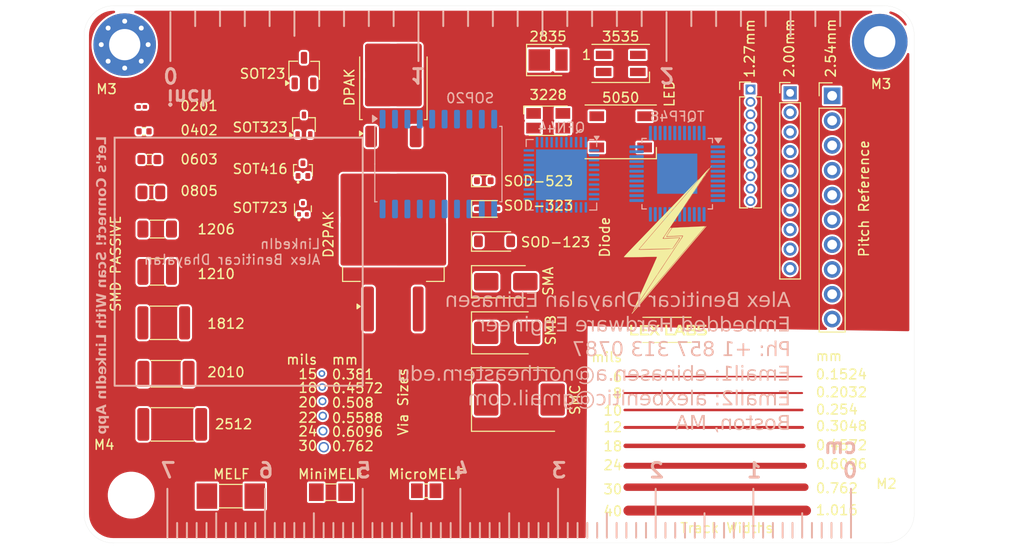
<source format=kicad_pcb>
(kicad_pcb (version 20240108) (generator "pcbnew") (generator_version "8.0")
  (layers (0 "F.Cu" signal) (31 "B.Cu" signal) (34 "B.Paste" user) (35 "F.Paste" user) (36 "B.SilkS" user "B.Silkscreen") (37 "F.SilkS" user "F.Silkscreen") (38 "B.Mask" user) (39 "F.Mask" user) (44 "Edge.Cuts" user))
  (net 0 "")
  (footprint "Connector_PinHeader_2.54mm:PinHeader_1x10_P2.54mm_Vertical" (layer "F.Cu") (at 187.07 64.76)
    (property "Reference" "2.54mm" (at -0.14 -4.88 90) (layer "F.SilkS"))
    (property "Value" "Conn_01x10_Pin")
    (pad "1" thru_hole rect (at 0 0) (size 1.7 1.7) (drill 1) (layers "*.Cu" "*.Mask"))
    (pad "2" thru_hole oval (at 0 2.54) (size 1.7 1.7) (drill 1) (layers "*.Cu" "*.Mask"))
    (pad "3" thru_hole oval (at 0 5.08) (size 1.7 1.7) (drill 1) (layers "*.Cu" "*.Mask"))
    (pad "4" thru_hole oval (at 0 7.62) (size 1.7 1.7) (drill 1) (layers "*.Cu" "*.Mask"))
    (pad "5" thru_hole oval (at 0 10.16) (size 1.7 1.7) (drill 1) (layers "*.Cu" "*.Mask"))
    (pad "6" thru_hole oval (at 0 12.7) (size 1.7 1.7) (drill 1) (layers "*.Cu" "*.Mask"))
    (pad "7" thru_hole oval (at 0 15.24) (size 1.7 1.7) (drill 1) (layers "*.Cu" "*.Mask"))
    (pad "8" thru_hole oval (at 0 17.78) (size 1.7 1.7) (drill 1) (layers "*.Cu" "*.Mask"))
    (pad "9" thru_hole oval (at 0 20.32) (size 1.7 1.7) (drill 1) (layers "*.Cu" "*.Mask"))
    (pad "10" thru_hole oval (at 0 22.86) (size 1.7 1.7) (drill 1) (layers "*.Cu" "*.Mask"))
  )
  (footprint "LED_SMD:LED_SK6812_PLCC4_5.0x5.0mm_P3.2mm" (layer "F.Cu") (at 165.42 68.45)
    (property "Reference" "5050" (at 0 -3.5 0) (layer "F.SilkS"))
    (property "Value" "LED")
    (pad "1" smd rect (at 2.45 1.6) (size 1.5 1) (layers "F.Cu" "F.Paste" "F.Mask"))
    (pad "2" smd rect (at 2.45 -1.6) (size 1.5 1) (layers "F.Cu" "F.Paste" "F.Mask"))
    (pad "3" smd rect (at -2.45 -1.6) (size 1.5 1) (layers "F.Cu" "F.Paste" "F.Mask"))
    (pad "4" smd rect (at -2.45 1.6) (size 1.5 1) (layers "F.Cu" "F.Paste" "F.Mask"))
  )
  (footprint "Diode_SMD:D_SOD-523" (layer "F.Cu") (at 151.4 73.46)
    (property "Reference" "SOD-523" (at 5.6 0.04 0) (layer "F.SilkS"))
    (property "Value" "D")
    (pad "1" smd roundrect (at -0.7 0 180) (size 0.6 0.7) (layers "F.Cu" "F.Paste" "F.Mask"))
    (pad "2" smd roundrect (at 0.7 0 180) (size 0.6 0.7) (layers "F.Cu" "F.Paste" "F.Mask"))
  )
  (footprint "LED_SMD:LED_PLCC_2835" (layer "F.Cu") (at 157.98 61.095)
    (property "Reference" "2835" (at 0 -2.4 0) (layer "F.SilkS"))
    (property "Value" "LED")
    (pad "1" smd rect (at -0.9 0) (size 2.2 2.2) (layers "F.Cu" "F.Paste" "F.Mask"))
    (pad "2" smd rect (at 1.375 0) (size 1.25 2.2) (layers "F.Cu" "F.Paste" "F.Mask"))
  )
  (footprint "MountingHole:MountingHole_3.2mm_M3_Pad_Via" (layer "F.Cu") (at 114.63 59.52)
    (property "Reference" "M3" (at -1.855 4.555 0) (layer "F.SilkS"))
    (property "Value" "MountingHole_3.2mm_M3_Pad_Via")
    (pad "1" thru_hole circle (at -2.4 0) (size 0.8 0.8) (drill 0.5) (layers "*.Cu" "*.Mask"))
    (pad "1" thru_hole circle (at -1.697056 -1.697056) (size 0.8 0.8) (drill 0.5) (layers "*.Cu" "*.Mask"))
    (pad "1" thru_hole circle (at -1.697056 1.697056) (size 0.8 0.8) (drill 0.5) (layers "*.Cu" "*.Mask"))
    (pad "1" thru_hole circle (at 0 -2.4) (size 0.8 0.8) (drill 0.5) (layers "*.Cu" "*.Mask"))
    (pad "1" thru_hole circle (at 0 0) (size 6.4 6.4) (drill 3.2) (layers "*.Cu" "*.Mask"))
    (pad "1" thru_hole circle (at 0 2.4) (size 0.8 0.8) (drill 0.5) (layers "*.Cu" "*.Mask"))
    (pad "1" thru_hole circle (at 1.697056 -1.697056) (size 0.8 0.8) (drill 0.5) (layers "*.Cu" "*.Mask"))
    (pad "1" thru_hole circle (at 1.697056 1.697056) (size 0.8 0.8) (drill 0.5) (layers "*.Cu" "*.Mask"))
    (pad "1" thru_hole circle (at 2.4 0) (size 0.8 0.8) (drill 0.5) (layers "*.Cu" "*.Mask"))
  )
  (footprint "Resistor_SMD:R_1812_4532Metric" (layer "F.Cu") (at 118.6275 88.005)
    (property "Reference" "1812" (at 6.3725 0.09 0) (layer "F.SilkS"))
    (property "Value" "R")
    (pad "1" smd roundrect (at -2.1375 0) (size 1.125 3.4) (layers "F.Cu" "F.Paste" "F.Mask") (roundrect_rratio 0.2222222222))
    (pad "2" smd roundrect (at 2.1375 0) (size 1.125 3.4) (layers "F.Cu" "F.Paste" "F.Mask") (roundrect_rratio 0.2222222222))
  )
  (footprint "Diode_SMD:D_SMA" (layer "F.Cu") (at 153.65 83.8)
    (property "Reference" "SMA" (at 4.35 -0.05 90) (layer "F.SilkS"))
    (property "Value" "D")
    (pad "1" smd roundrect (at -2 0) (size 2.5 1.8) (layers "F.Cu" "F.Paste" "F.Mask") (roundrect_rratio 0.1388888889))
    (pad "2" smd roundrect (at 2 0) (size 2.5 1.8) (layers "F.Cu" "F.Paste" "F.Mask") (roundrect_rratio 0.1388888889))
  )
  (footprint "Resistor_SMD:R_2010_5025Metric" (layer "F.Cu") (at 118.8575 93.22)
    (property "Reference" "2010" (at 6.1425 -0.155 0) (layer "F.SilkS"))
    (property "Value" "R")
    (pad "1" smd roundrect (at -2.3125 0) (size 1.225 2.65) (layers "F.Cu" "F.Paste" "F.Mask") (roundrect_rratio 0.2040816327))
    (pad "2" smd roundrect (at 2.3125 0) (size 1.225 2.65) (layers "F.Cu" "F.Paste" "F.Mask") (roundrect_rratio 0.2040816327))
  )
  (footprint "Diode_SMD:D_SOD-323" (layer "F.Cu") (at 151.75 76.34)
    (property "Reference" "SOD-323" (at 5.25 -0.34 0) (layer "F.SilkS"))
    (property "Value" "D")
    (pad "1" smd roundrect (at -1.05 0) (size 0.6 0.45) (layers "F.Cu" "F.Paste" "F.Mask"))
    (pad "2" smd roundrect (at 1.05 0) (size 0.6 0.45) (layers "F.Cu" "F.Paste" "F.Mask"))
  )
  (footprint "Resistor_SMD:R_0201_0603Metric" (layer "F.Cu") (at 116.3775 65.895)
    (property "Reference" "0201" (at 5.8725 -0.095 0) (layer "F.SilkS"))
    (property "Value" "0201")
    (pad "1" smd roundrect (at -0.32 0) (size 0.46 0.4) (layers "F.Cu" "F.Mask"))
    (pad "2" smd roundrect (at 0.32 0) (size 0.46 0.4) (layers "F.Cu" "F.Mask"))
  )
  (footprint "MountingHole:MountingHole_2.2mm_M2" (layer "F.Cu") (at 192.63 107.69)
    (property "Reference" "M2" (at 0 -3.2 0) (layer "F.SilkS"))
    (property "Value" "MountingHole_2.2mm_M2")
    (pad "" np_thru_hole circle (at 0 0) (size 2.2 2.2) (drill 2.2) (layers "*.Cu" "*.Mask"))
  )
  (footprint "Diode_SMD:D_SMB" (layer "F.Cu") (at 153.8 89.03)
    (property "Reference" "SMB" (at 4.45 -0.28 90) (layer "F.SilkS"))
    (property "Value" "D")
    (pad "1" smd roundrect (at -2.15 0) (size 2.5 2.3) (layers "F.Cu" "F.Paste" "F.Mask") (roundrect_rratio 0.1086956522))
    (pad "2" smd roundrect (at 2.15 0) (size 2.5 2.3) (layers "F.Cu" "F.Paste" "F.Mask") (roundrect_rratio 0.1086956522))
  )
  (footprint "Package_TO_SOT_SMD:SOT-723" (layer "F.Cu") (at 132.88 76.325 90)
    (property "Reference" "SOT723" (at 0.1 -4.38 0) (layer "F.SilkS"))
    (property "Value" "BC107")
    (pad "1" smd roundrect (at -0.575 -0.4 90) (size 0.45 0.4) (layers "F.Cu" "F.Paste" "F.Mask"))
    (pad "2" smd roundrect (at -0.575 0.4 90) (size 0.45 0.4) (layers "F.Cu" "F.Paste" "F.Mask"))
    (pad "3" smd roundrect (at 0.575 0 90) (size 0.45 0.4) (layers "F.Cu" "F.Paste" "F.Mask"))
  )
  (footprint "Diode_SMD:D_SOD-123" (layer "F.Cu") (at 152.5 79.67)
    (property "Reference" "SOD-123" (at 6.25 0.08 0) (layer "F.SilkS"))
    (property "Value" "D")
    (pad "1" smd roundrect (at -1.65 0) (size 0.9 1.2) (layers "F.Cu" "F.Paste" "F.Mask"))
    (pad "2" smd roundrect (at 1.65 0) (size 0.9 1.2) (layers "F.Cu" "F.Paste" "F.Mask"))
  )
  (footprint "Resistor_SMD:R_2512_6332Metric" (layer "F.Cu") (at 119.4975 98.405)
    (property "Reference" "2512" (at 6.29 -0.02 0) (layer "F.SilkS"))
    (property "Value" "R")
    (pad "1" smd roundrect (at -2.9625 0) (size 1.225 3.35) (layers "F.Cu" "F.Paste" "F.Mask") (roundrect_rratio 0.2040816327))
    (pad "2" smd roundrect (at 2.9625 0) (size 1.225 3.35) (layers "F.Cu" "F.Paste" "F.Mask") (roundrect_rratio 0.2040816327))
  )
  (footprint "Resistor_SMD:R_MELF_MMB-0207" (layer "F.Cu") (at 125.5 105.75)
    (property "Reference" "MELF" (at 0.05 -2.25 0) (layer "F.SilkS"))
    (property "Value" "R_MELF_MMB-0207")
    (pad "1" smd rect (at -2.45 0) (size 2.1 2.6) (layers "F.Cu" "F.Paste" "F.Mask"))
    (pad "2" smd rect (at 2.45 0) (size 2.1 2.6) (layers "F.Cu" "F.Paste" "F.Mask"))
  )
  (footprint "Resistor_SMD:R_1206_3216Metric" (layer "F.Cu") (at 117.9575 78.405 180)
    (property "Reference" "1206" (at -6.0425 -0.025 180) (layer "F.SilkS"))
    (property "Value" "R")
    (pad "1" smd roundrect (at -1.4625 0 180) (size 1.125 1.75) (layers "F.Cu" "F.Paste" "F.Mask") (roundrect_rratio 0.2222222222))
    (pad "2" smd roundrect (at 1.4625 0 180) (size 1.125 1.75) (layers "F.Cu" "F.Paste" "F.Mask") (roundrect_rratio 0.2222222222))
  )
  (footprint "MountingHole:MountingHole_3.2mm_M3_ISO7380_Pad" (layer "F.Cu") (at 191.94 59.22)
    (property "Reference" "M3" (at 0.135 4.33 0) (layer "F.SilkS"))
    (property "Value" "MountingHole_3.2mm_M3_ISO7380_Pad")
    (pad "1" thru_hole circle (at 0 0) (size 5.7 5.7) (drill 3.2) (layers "*.Cu" "*.Mask"))
  )
  (footprint "Connector_PinHeader_1.27mm:PinHeader_1x10_P1.27mm_Vertical" (layer "F.Cu") (at 178.71 64.11)
    (property "Reference" "1.27mm" (at -0.09 -4.19 90) (layer "F.SilkS"))
    (property "Value" "Conn_01x10_Pin")
    (pad "1" thru_hole rect (at 0 0) (size 1 1) (drill 0.65) (layers "*.Cu" "*.Mask"))
    (pad "2" thru_hole oval (at 0 1.27) (size 1 1) (drill 0.65) (layers "*.Cu" "*.Mask"))
    (pad "3" thru_hole oval (at 0 2.54) (size 1 1) (drill 0.65) (layers "*.Cu" "*.Mask"))
    (pad "4" thru_hole oval (at 0 3.81) (size 1 1) (drill 0.65) (layers "*.Cu" "*.Mask"))
    (pad "5" thru_hole oval (at 0 5.08) (size 1 1) (drill 0.65) (layers "*.Cu" "*.Mask"))
    (pad "6" thru_hole oval (at 0 6.35) (size 1 1) (drill 0.65) (layers "*.Cu" "*.Mask"))
    (pad "7" thru_hole oval (at 0 7.62) (size 1 1) (drill 0.65) (layers "*.Cu" "*.Mask"))
    (pad "8" thru_hole oval (at 0 8.89) (size 1 1) (drill 0.65) (layers "*.Cu" "*.Mask"))
    (pad "9" thru_hole oval (at 0 10.16) (size 1 1) (drill 0.65) (layers "*.Cu" "*.Mask"))
    (pad "10" thru_hole oval (at 0 11.43) (size 1 1) (drill 0.65) (layers "*.Cu" "*.Mask"))
  )
  (footprint "Resistor_SMD:R_1210_3225Metric" (layer "F.Cu") (at 117.9575 82.79)
    (property "Reference" "1210" (at 6.0425 0.21 0) (layer "F.SilkS"))
    (property "Value" "R")
    (pad "1" smd roundrect (at -1.4625 0) (size 1.125 2.65) (layers "F.Cu" "F.Paste" "F.Mask") (roundrect_rratio 0.2222222222))
    (pad "2" smd roundrect (at 1.4625 0) (size 1.125 2.65) (layers "F.Cu" "F.Paste" "F.Mask") (roundrect_rratio 0.2222222222))
  )
  (footprint "Resistor_SMD:R_MiniMELF_MMA-0204" (layer "F.Cu") (at 135.75 105.35)
    (property "Reference" "MiniMELF" (at 0 -1.85 0) (layer "F.SilkS"))
    (property "Value" "R_MiniMELF_MMA-0204")
    (pad "1" smd rect (at -1.5 0) (size 1.5 1.8) (layers "F.Cu" "F.Paste" "F.Mask"))
    (pad "2" smd rect (at 1.5 0) (size 1.5 1.8) (layers "F.Cu" "F.Paste" "F.Mask"))
  )
  (footprint "Lexlabs Logo:logo" (layer "F.Cu") (at 170.25 81)
    (property "Reference" "G***" (hide yes))
    (property "Value" "LOGO" (hide yes))
  )
  (footprint "Package_TO_SOT_SMD:SOT-416" (layer "F.Cu") (at 132.88 72.315832 90)
    (property "Reference" "SOT416" (at 0.065832 -4.38 0) (layer "F.SilkS"))
    (property "Value" "BC107")
    (pad "1" smd roundrect (at -0.65 -0.5 90) (size 0.6 0.5) (layers "F.Cu" "F.Paste" "F.Mask"))
    (pad "2" smd roundrect (at -0.65 0.5 90) (size 0.6 0.5) (layers "F.Cu" "F.Paste" "F.Mask"))
    (pad "3" smd roundrect (at 0.65 0 90) (size 0.6 0.5) (layers "F.Cu" "F.Paste" "F.Mask"))
  )
  (footprint "LED_SMD:LED_SK6812MINI_PLCC4_3.5x3.5mm_P1.75mm" (layer "F.Cu") (at 165.42 61.445)
    (property "Reference" "3535" (at 0 -2.75 0) (layer "F.SilkS"))
    (property "Value" "LED")
    (fp_text user "1" (at -3.5 -0.875 0) (layer "F.SilkS"))
    (pad "1" smd rect (at -1.75 -0.875) (size 1.6 0.85) (layers "F.Cu" "F.Paste" "F.Mask"))
    (pad "2" smd rect (at -1.75 0.875) (size 1.6 0.85) (layers "F.Cu" "F.Paste" "F.Mask"))
    (pad "3" smd rect (at 1.75 0.875) (size 1.6 0.85) (layers "F.Cu" "F.Paste" "F.Mask"))
    (pad "4" smd rect (at 1.75 -0.875) (size 1.6 0.85) (layers "F.Cu" "F.Paste" "F.Mask"))
  )
  (footprint "Resistor_SMD:R_0805_2012Metric" (layer "F.Cu") (at 117.3575 74.65 180)
    (property "Reference" "0805" (at -4.8925 0.15 180) (layer "F.SilkS"))
    (property "Value" "R")
    (pad "1" smd roundrect (at -0.9125 0 180) (size 1.025 1.4) (layers "F.Cu" "F.Paste" "F.Mask") (roundrect_rratio 0.243902439))
    (pad "2" smd roundrect (at 0.9125 0 180) (size 1.025 1.4) (layers "F.Cu" "F.Paste" "F.Mask") (roundrect_rratio 0.243902439))
  )
  (footprint "Resistor_SMD:R_MicroMELF_MMU-0102" (layer "F.Cu") (at 145.5 105.2)
    (property "Reference" "MicroMELF" (at 0 -1.7 0) (layer "F.SilkS"))
    (property "Value" "R_MicroMELF_MMU-0102")
    (pad "1" smd rect (at -0.95 0) (size 1.2 1.5) (layers "F.Cu" "F.Paste" "F.Mask"))
    (pad "2" smd rect (at 0.95 0) (size 1.2 1.5) (layers "F.Cu" "F.Paste" "F.Mask"))
  )
  (footprint "Connector_PinHeader_2.00mm:PinHeader_1x10_P2.00mm_Vertical" (layer "F.Cu") (at 182.765 64.46)
    (property "Reference" "2.00mm" (at -0.095 -4.58 90) (layer "F.SilkS"))
    (property "Value" "Conn_01x10_Pin")
    (pad "1" thru_hole rect (at 0 0) (size 1.35 1.35) (drill 0.8) (layers "*.Cu" "*.Mask"))
    (pad "2" thru_hole oval (at 0 2) (size 1.35 1.35) (drill 0.8) (layers "*.Cu" "*.Mask"))
    (pad "3" thru_hole oval (at 0 4) (size 1.35 1.35) (drill 0.8) (layers "*.Cu" "*.Mask"))
    (pad "4" thru_hole oval (at 0 6) (size 1.35 1.35) (drill 0.8) (layers "*.Cu" "*.Mask"))
    (pad "5" thru_hole oval (at 0 8) (size 1.35 1.35) (drill 0.8) (layers "*.Cu" "*.Mask"))
    (pad "6" thru_hole oval (at 0 10) (size 1.35 1.35) (drill 0.8) (layers "*.Cu" "*.Mask"))
    (pad "7" thru_hole oval (at 0 12) (size 1.35 1.35) (drill 0.8) (layers "*.Cu" "*.Mask"))
    (pad "8" thru_hole oval (at 0 14) (size 1.35 1.35) (drill 0.8) (layers "*.Cu" "*.Mask"))
    (pad "9" thru_hole oval (at 0 16) (size 1.35 1.35) (drill 0.8) (layers "*.Cu" "*.Mask"))
    (pad "10" thru_hole oval (at 0 18) (size 1.35 1.35) (drill 0.8) (layers "*.Cu" "*.Mask"))
  )
  (footprint "LED_SMD:LED_Avago_PLCC4_3.2x2.8mm_CW" (layer "F.Cu") (at 157.997522 67.315)
    (property "Reference" "3228" (at 0 -2.65 0) (layer "F.SilkS"))
    (property "Value" "LED")
    (pad "1" smd rect (at -1.5 -0.75) (size 1.5 1.1) (layers "F.Cu" "F.Paste" "F.Mask"))
    (pad "2" smd rect (at 1.5 -0.75) (size 1.5 1.1) (layers "F.Cu" "F.Paste" "F.Mask"))
    (pad "3" smd rect (at 1.5 0.75) (size 1.5 1.1) (layers "F.Cu" "F.Paste" "F.Mask"))
    (pad "4" smd rect (at -1.5 0.75) (size 1.5 1.1) (layers "F.Cu" "F.Paste" "F.Mask"))
  )
  (footprint "Package_TO_SOT_SMD:TSOT-23" (layer "F.Cu") (at 132.9875 62.1775 90)
    (property "Reference" "SOT23" (at -0.3225 -4.2375 0) (layer "F.SilkS"))
    (property "Value" "BC107")
    (pad "1" smd roundrect (at -1.31 -0.95 90) (size 1.22 0.65) (layers "F.Cu" "F.Paste" "F.Mask"))
    (pad "2" smd roundrect (at -1.31 0.95 90) (size 1.22 0.65) (layers "F.Cu" "F.Paste" "F.Mask"))
    (pad "3" smd roundrect (at 1.31 0 90) (size 1.22 0.65) (layers "F.Cu" "F.Paste" "F.Mask"))
  )
  (footprint "Package_TO_SOT_SMD:TO-263-2" (layer "F.Cu") (at 142.14 78.94 90)
    (property "Reference" "D2PAK" (at 0 -6.65 -90) (layer "F.SilkS"))
    (property "Value" "BC107")
    (pad "1" smd roundrect (at -7.65 -2.54 90) (size 4.6 1.1) (layers "F.Cu" "F.Paste" "F.Mask") (roundrect_rratio 0.2272727273))
    (pad "2" smd roundrect (at -0.925 -2.775 90) (size 4.55 5.25) (layers "F.Cu" "F.Paste") (roundrect_rratio 0.05494505495))
    (pad "2" smd roundrect (at -0.925 2.775 90) (size 4.55 5.25) (layers "F.Cu" "F.Paste") (roundrect_rratio 0.05494505495))
    (pad "2" smd roundrect (at 1.5 0 90) (size 9.4 10.8) (layers "F.Cu" "F.Mask") (roundrect_rratio 0.02659595745))
    (pad "2" smd roundrect (at 3.925 -2.775 90) (size 4.55 5.25) (layers "F.Cu" "F.Paste") (roundrect_rratio 0.05494505495))
    (pad "2" smd roundrect (at 3.925 2.775 90) (size 4.55 5.25) (layers "F.Cu" "F.Paste") (roundrect_rratio 0.05494505495))
    (pad "3" smd roundrect (at -7.65 2.54 90) (size 4.6 1.1) (layers "F.Cu" "F.Paste" "F.Mask") (roundrect_rratio 0.2272727273))
  )
  (footprint "Package_TO_SOT_SMD:TO-252-2" (layer "F.Cu") (at 142.1425 63.8875 90)
    (property "Reference" "DPAK" (at 0 -4.5 -90) (layer "F.SilkS"))
    (property "Value" "BC107")
    (pad "1" smd roundrect (at -5.04 -2.28 90) (size 2.2 1.2) (layers "F.Cu" "F.Paste" "F.Mask") (roundrect_rratio 0.2083333333))
    (pad "2" smd roundrect (at -0.415 -1.525 90) (size 3.05 2.75) (layers "F.Cu" "F.Paste") (roundrect_rratio 0.09090909091))
    (pad "2" smd roundrect (at -0.415 1.525 90) (size 3.05 2.75) (layers "F.Cu" "F.Paste") (roundrect_rratio 0.09090909091))
    (pad "2" smd roundrect (at 1.26 0 90) (size 6.4 5.8) (layers "F.Cu" "F.Mask") (roundrect_rratio 0.04310293103))
    (pad "2" smd roundrect (at 2.935 -1.525 90) (size 3.05 2.75) (layers "F.Cu" "F.Paste") (roundrect_rratio 0.09090909091))
    (pad "2" smd roundrect (at 2.935 1.525 90) (size 3.05 2.75) (layers "F.Cu" "F.Paste") (roundrect_rratio 0.09090909091))
    (pad "3" smd roundrect (at -5.04 2.28 90) (size 2.2 1.2) (layers "F.Cu" "F.Paste" "F.Mask") (roundrect_rratio 0.2083333333))
  )
  (footprint "Resistor_SMD:R_0402_1005Metric" (layer "F.Cu") (at 116.6075 68.4)
    (property "Reference" "0402" (at 5.6425 -0.12 0) (layer "F.SilkS"))
    (property "Value" "R")
    (pad "1" smd roundrect (at -0.51 0) (size 0.54 0.64) (layers "F.Cu" "F.Paste" "F.Mask"))
    (pad "2" smd roundrect (at 0.51 0) (size 0.54 0.64) (layers "F.Cu" "F.Paste" "F.Mask"))
  )
  (footprint "Diode_SMD:D_SMC" (layer "F.Cu") (at 155.05 95.86)
    (property "Reference" "SMC" (at 5.7 0.03 90) (layer "F.SilkS"))
    (property "Value" "D")
    (pad "1" smd roundrect (at -3.4 0 90) (size 3.3 2.5) (layers "F.Cu" "F.Paste" "F.Mask") (roundrect_rratio 0.1))
    (pad "2" smd roundrect (at 3.4 0 90) (size 3.3 2.5) (layers "F.Cu" "F.Paste" "F.Mask") (roundrect_rratio 0.1))
  )
  (footprint "Resistor_SMD:R_0603_1608Metric" (layer "F.Cu") (at 117.1575 71.285 180)
    (property "Reference" "0603" (at -5.0925 0.015 180) (layer "F.SilkS"))
    (property "Value" "R")
    (pad "1" smd roundrect (at -0.825 0 180) (size 0.8 0.95) (layers "F.Cu" "F.Paste" "F.Mask"))
    (pad "2" smd roundrect (at 0.825 0 180) (size 0.8 0.95) (layers "F.Cu" "F.Paste" "F.Mask"))
  )
  (footprint "Package_TO_SOT_SMD:SOT-323_SC-70" (layer "F.Cu") (at 132.9825 67.731666 90)
    (property "Reference" "SOT323" (at -0.268334 -4.4825 0) (layer "F.SilkS"))
    (property "Value" "BC107")
    (pad "1" smd roundrect (at -1 -0.65) (size 0.45 0.7) (layers "F.Cu" "F.Paste" "F.Mask"))
    (pad "2" smd roundrect (at -1 0.65) (size 0.45 0.7) (layers "F.Cu" "F.Paste" "F.Mask"))
    (pad "3" smd roundrect (at 1 0) (size 0.45 0.7) (layers "F.Cu" "F.Paste" "F.Mask"))
  )
  (footprint "MountingHole:MountingHole_4.3mm_M4" (layer "F.Cu") (at 115.3 105.65)
    (property "Reference" "M4" (at -2.775 -5.15 0) (layer "F.SilkS"))
    (property "Value" "MountingHole_4.3mm_M4")
    (pad "" np_thru_hole circle (at 0 0) (size 4.3 4.3) (drill 4.3) (layers "*.Cu" "*.Mask"))
  )
  (footprint "Package_SO:SOP-20_7.5x12.8mm_P1.27mm" (layer "B.Cu") (at 146.75 71.75 -90)
    (property "Reference" "SOP20" (at -6.75 -3.25 180) (layer "B.SilkS") (effects (justify mirror)))
    (property "Value" "SOP-20_7.5x12.8mm_P1.27mm")
    (pad "1" smd roundrect (at -4.6 5.715 270) (size 1.9 0.6) (layers "B.Cu" "B.Paste" "B.Mask"))
    (pad "2" smd roundrect (at -4.6 4.445 270) (size 1.9 0.6) (layers "B.Cu" "B.Paste" "B.Mask"))
    (pad "3" smd roundrect (at -4.6 3.175 270) (size 1.9 0.6) (layers "B.Cu" "B.Paste" "B.Mask"))
    (pad "4" smd roundrect (at -4.6 1.905 270) (size 1.9 0.6) (layers "B.Cu" "B.Paste" "B.Mask"))
    (pad "5" smd roundrect (at -4.6 0.635 270) (size 1.9 0.6) (layers "B.Cu" "B.Paste" "B.Mask"))
    (pad "6" smd roundrect (at -4.6 -0.635 270) (size 1.9 0.6) (layers "B.Cu" "B.Paste" "B.Mask"))
    (pad "7" smd roundrect (at -4.6 -1.905 270) (size 1.9 0.6) (layers "B.Cu" "B.Paste" "B.Mask"))
    (pad "8" smd roundrect (at -4.6 -3.175 270) (size 1.9 0.6) (layers "B.Cu" "B.Paste" "B.Mask"))
    (pad "9" smd roundrect (at -4.6 -4.445 270) (size 1.9 0.6) (layers "B.Cu" "B.Paste" "B.Mask"))
    (pad "10" smd roundrect (at -4.6 -5.715 270) (size 1.9 0.6) (layers "B.Cu" "B.Paste" "B.Mask"))
    (pad "11" smd roundrect (at 4.6 -5.715 270) (size 1.9 0.6) (layers "B.Cu" "B.Paste" "B.Mask"))
    (pad "12" smd roundrect (at 4.6 -4.445 270) (size 1.9 0.6) (layers "B.Cu" "B.Paste" "B.Mask"))
    (pad "13" smd roundrect (at 4.6 -3.175 270) (size 1.9 0.6) (layers "B.Cu" "B.Paste" "B.Mask"))
    (pad "14" smd roundrect (at 4.6 -1.905 270) (size 1.9 0.6) (layers "B.Cu" "B.Paste" "B.Mask"))
    (pad "15" smd roundrect (at 4.6 -0.635 270) (size 1.9 0.6) (layers "B.Cu" "B.Paste" "B.Mask"))
    (pad "16" smd roundrect (at 4.6 0.635 270) (size 1.9 0.6) (layers "B.Cu" "B.Paste" "B.Mask"))
    (pad "17" smd roundrect (at 4.6 1.905 270) (size 1.9 0.6) (layers "B.Cu" "B.Paste" "B.Mask"))
    (pad "18" smd roundrect (at 4.6 3.175 270) (size 1.9 0.6) (layers "B.Cu" "B.Paste" "B.Mask"))
    (pad "19" smd roundrect (at 4.6 4.445 270) (size 1.9 0.6) (layers "B.Cu" "B.Paste" "B.Mask"))
    (pad "20" smd roundrect (at 4.6 5.715 270) (size 1.9 0.6) (layers "B.Cu" "B.Paste" "B.Mask"))
  )
  (footprint "Package_QFP:TQFP-48-1EP_7x7mm_P0.5mm_EP4.11x4.11mm" (layer "B.Cu") (at 171.205 72.735 180)
    (property "Reference" "TQFP48" (at 0 5.85 180) (layer "B.SilkS") (effects (justify mirror)))
    (property "Value" "TQFP-48-1EP_7x7mm_P0.5mm_EP4.11x4.11mm")
    (pad "1" smd roundrect (at -4.1625 2.75 180) (size 1.475 0.3) (layers "B.Cu" "B.Paste" "B.Mask"))
    (pad "2" smd roundrect (at -4.1625 2.25 180) (size 1.475 0.3) (layers "B.Cu" "B.Paste" "B.Mask"))
    (pad "3" smd roundrect (at -4.1625 1.75 180) (size 1.475 0.3) (layers "B.Cu" "B.Paste" "B.Mask"))
    (pad "4" smd roundrect (at -4.1625 1.25 180) (size 1.475 0.3) (layers "B.Cu" "B.Paste" "B.Mask"))
    (pad "5" smd roundrect (at -4.1625 0.75 180) (size 1.475 0.3) (layers "B.Cu" "B.Paste" "B.Mask"))
    (pad "6" smd roundrect (at -4.1625 0.25 180) (size 1.475 0.3) (layers "B.Cu" "B.Paste" "B.Mask"))
    (pad "7" smd roundrect (at -4.1625 -0.25 180) (size 1.475 0.3) (layers "B.Cu" "B.Paste" "B.Mask"))
    (pad "8" smd roundrect (at -4.1625 -0.75 180) (size 1.475 0.3) (layers "B.Cu" "B.Paste" "B.Mask"))
    (pad "9" smd roundrect (at -4.1625 -1.25 180) (size 1.475 0.3) (layers "B.Cu" "B.Paste" "B.Mask"))
    (pad "10" smd roundrect (at -4.1625 -1.75 180) (size 1.475 0.3) (layers "B.Cu" "B.Paste" "B.Mask"))
    (pad "11" smd roundrect (at -4.1625 -2.25 180) (size 1.475 0.3) (layers "B.Cu" "B.Paste" "B.Mask"))
    (pad "12" smd roundrect (at -4.1625 -2.75 180) (size 1.475 0.3) (layers "B.Cu" "B.Paste" "B.Mask"))
    (pad "13" smd roundrect (at -2.75 -4.1625 180) (size 0.3 1.475) (layers "B.Cu" "B.Paste" "B.Mask"))
    (pad "14" smd roundrect (at -2.25 -4.1625 180) (size 0.3 1.475) (layers "B.Cu" "B.Paste" "B.Mask"))
    (pad "15" smd roundrect (at -1.75 -4.1625 180) (size 0.3 1.475) (layers "B.Cu" "B.Paste" "B.Mask"))
    (pad "16" smd roundrect (at -1.25 -4.1625 180) (size 0.3 1.475) (layers "B.Cu" "B.Paste" "B.Mask"))
    (pad "17" smd roundrect (at -0.75 -4.1625 180) (size 0.3 1.475) (layers "B.Cu" "B.Paste" "B.Mask"))
    (pad "18" smd roundrect (at -0.25 -4.1625 180) (size 0.3 1.475) (layers "B.Cu" "B.Paste" "B.Mask"))
    (pad "19" smd roundrect (at 0.25 -4.1625 180) (size 0.3 1.475) (layers "B.Cu" "B.Paste" "B.Mask"))
    (pad "20" smd roundrect (at 0.75 -4.1625 180) (size 0.3 1.475) (layers "B.Cu" "B.Paste" "B.Mask"))
    (pad "21" smd roundrect (at 1.25 -4.1625 180) (size 0.3 1.475) (layers "B.Cu" "B.Paste" "B.Mask"))
    (pad "22" smd roundrect (at 1.75 -4.1625 180) (size 0.3 1.475) (layers "B.Cu" "B.Paste" "B.Mask"))
    (pad "23" smd roundrect (at 2.25 -4.1625 180) (size 0.3 1.475) (layers "B.Cu" "B.Paste" "B.Mask"))
    (pad "24" smd roundrect (at 2.75 -4.1625 180) (size 0.3 1.475) (layers "B.Cu" "B.Paste" "B.Mask"))
    (pad "25" smd roundrect (at 4.1625 -2.75 180) (size 1.475 0.3) (layers "B.Cu" "B.Paste" "B.Mask"))
    (pad "26" smd roundrect (at 4.1625 -2.25 180) (size 1.475 0.3) (layers "B.Cu" "B.Paste" "B.Mask"))
    (pad "27" smd roundrect (at 4.1625 -1.75 180) (size 1.475 0.3) (layers "B.Cu" "B.Paste" "B.Mask"))
    (pad "28" smd roundrect (at 4.1625 -1.25 180) (size 1.475 0.3) (layers "B.Cu" "B.Paste" "B.Mask"))
    (pad "29" smd roundrect (at 4.1625 -0.75 180) (size 1.475 0.3) (layers "B.Cu" "B.Paste" "B.Mask"))
    (pad "30" smd roundrect (at 4.1625 -0.25 180) (size 1.475 0.3) (layers "B.Cu" "B.Paste" "B.Mask"))
    (pad "31" smd roundrect (at 4.1625 0.25 180) (size 1.475 0.3) (layers "B.Cu" "B.Paste" "B.Mask"))
    (pad "32" smd roundrect (at 4.1625 0.75 180) (size 1.475 0.3) (layers "B.Cu" "B.Paste" "B.Mask"))
    (pad "33" smd roundrect (at 4.1625 1.25 180) (size 1.475 0.3) (layers "B.Cu" "B.Paste" "B.Mask"))
    (pad "34" smd roundrect (at 4.1625 1.75 180) (size 1.475 0.3) (layers "B.Cu" "B.Paste" "B.Mask"))
    (pad "35" smd roundrect (at 4.1625 2.25 180) (size 1.475 0.3) (layers "B.Cu" "B.Paste" "B.Mask"))
    (pad "36" smd roundrect (at 4.1625 2.75 180) (size 1.475 0.3) (layers "B.Cu" "B.Paste" "B.Mask"))
    (pad "37" smd roundrect (at 2.75 4.1625 180) (size 0.3 1.475) (layers "B.Cu" "B.Paste" "B.Mask"))
    (pad "38" smd roundrect (at 2.25 4.1625 180) (size 0.3 1.475) (layers "B.Cu" "B.Paste" "B.Mask"))
    (pad "39" smd roundrect (at 1.75 4.1625 180) (size 0.3 1.475) (layers "B.Cu" "B.Paste" "B.Mask"))
    (pad "40" smd roundrect (at 1.25 4.1625 180) (size 0.3 1.475) (layers "B.Cu" "B.Paste" "B.Mask"))
    (pad "41" smd roundrect (at 0.75 4.1625 180) (size 0.3 1.475) (layers "B.Cu" "B.Paste" "B.Mask"))
    (pad "42" smd roundrect (at 0.25 4.1625 180) (size 0.3 1.475) (layers "B.Cu" "B.Paste" "B.Mask"))
    (pad "43" smd roundrect (at -0.25 4.1625 180) (size 0.3 1.475) (layers "B.Cu" "B.Paste" "B.Mask"))
    (pad "44" smd roundrect (at -0.75 4.1625 180) (size 0.3 1.475) (layers "B.Cu" "B.Paste" "B.Mask"))
    (pad "45" smd roundrect (at -1.25 4.1625 180) (size 0.3 1.475) (layers "B.Cu" "B.Paste" "B.Mask"))
    (pad "46" smd roundrect (at -1.75 4.1625 180) (size 0.3 1.475) (layers "B.Cu" "B.Paste" "B.Mask"))
    (pad "47" smd roundrect (at -2.25 4.1625 180) (size 0.3 1.475) (layers "B.Cu" "B.Paste" "B.Mask"))
    (pad "48" smd roundrect (at -2.75 4.1625 180) (size 0.3 1.475) (layers "B.Cu" "B.Paste" "B.Mask"))
    (pad "49" smd rect (at 0 0 180) (size 4.11 4.11) (property pad_prop_heatsink) (layers "B.Cu" "B.Mask"))
  )
  (footprint "Package_DFN_QFN:QFN-44-1EP_7x7mm_P0.5mm_EP5.2x5.2mm" (layer "B.Cu") (at 159.35 72.847 180)
    (property "Reference" "QFN44" (at 0 4.83 180) (layer "B.SilkS") (effects (justify mirror)))
    (property "Value" "QFN-44-1EP_7x7mm_P0.5mm_EP5.2x5.2mm")
    (pad "1" smd roundrect (at -3.3375 2.5 180) (size 1.075 0.25) (layers "B.Cu" "B.Paste" "B.Mask"))
    (pad "2" smd roundrect (at -3.3375 2 180) (size 1.075 0.25) (layers "B.Cu" "B.Paste" "B.Mask"))
    (pad "3" smd roundrect (at -3.3375 1.5 180) (size 1.075 0.25) (layers "B.Cu" "B.Paste" "B.Mask"))
    (pad "4" smd roundrect (at -3.3375 1 180) (size 1.075 0.25) (layers "B.Cu" "B.Paste" "B.Mask"))
    (pad "5" smd roundrect (at -3.3375 0.5 180) (size 1.075 0.25) (layers "B.Cu" "B.Paste" "B.Mask"))
    (pad "6" smd roundrect (at -3.3375 0 180) (size 1.075 0.25) (layers "B.Cu" "B.Paste" "B.Mask"))
    (pad "7" smd roundrect (at -3.3375 -0.5 180) (size 1.075 0.25) (layers "B.Cu" "B.Paste" "B.Mask"))
    (pad "8" smd roundrect (at -3.3375 -1 180) (size 1.075 0.25) (layers "B.Cu" "B.Paste" "B.Mask"))
    (pad "9" smd roundrect (at -3.3375 -1.5 180) (size 1.075 0.25) (layers "B.Cu" "B.Paste" "B.Mask"))
    (pad "10" smd roundrect (at -3.3375 -2 180) (size 1.075 0.25) (layers "B.Cu" "B.Paste" "B.Mask"))
    (pad "11" smd roundrect (at -3.3375 -2.5 180) (size 1.075 0.25) (layers "B.Cu" "B.Paste" "B.Mask"))
    (pad "12" smd roundrect (at -2.5 -3.3375 180) (size 0.25 1.075) (layers "B.Cu" "B.Paste" "B.Mask"))
    (pad "13" smd roundrect (at -2 -3.3375 180) (size 0.25 1.075) (layers "B.Cu" "B.Paste" "B.Mask"))
    (pad "14" smd roundrect (at -1.5 -3.3375 180) (size 0.25 1.075) (layers "B.Cu" "B.Paste" "B.Mask"))
    (pad "15" smd roundrect (at -1 -3.3375 180) (size 0.25 1.075) (layers "B.Cu" "B.Paste" "B.Mask"))
    (pad "16" smd roundrect (at -0.5 -3.3375 180) (size 0.25 1.075) (layers "B.Cu" "B.Paste" "B.Mask"))
    (pad "17" smd roundrect (at 0 -3.3375 180) (size 0.25 1.075) (layers "B.Cu" "B.Paste" "B.Mask"))
    (pad "18" smd roundrect (at 0.5 -3.3375 180) (size 0.25 1.075) (layers "B.Cu" "B.Paste" "B.Mask"))
    (pad "19" smd roundrect (at 1 -3.3375 180) (size 0.25 1.075) (layers "B.Cu" "B.Paste" "B.Mask"))
    (pad "20" smd roundrect (at 1.5 -3.3375 180) (size 0.25 1.075) (layers "B.Cu" "B.Paste" "B.Mask"))
    (pad "21" smd roundrect (at 2 -3.3375 180) (size 0.25 1.075) (layers "B.Cu" "B.Paste" "B.Mask"))
    (pad "22" smd roundrect (at 2.5 -3.3375 180) (size 0.25 1.075) (layers "B.Cu" "B.Paste" "B.Mask"))
    (pad "23" smd roundrect (at 3.3375 -2.5 180) (size 1.075 0.25) (layers "B.Cu" "B.Paste" "B.Mask"))
    (pad "24" smd roundrect (at 3.3375 -2 180) (size 1.075 0.25) (layers "B.Cu" "B.Paste" "B.Mask"))
    (pad "25" smd roundrect (at 3.3375 -1.5 180) (size 1.075 0.25) (layers "B.Cu" "B.Paste" "B.Mask"))
    (pad "26" smd roundrect (at 3.3375 -1 180) (size 1.075 0.25) (layers "B.Cu" "B.Paste" "B.Mask"))
    (pad "27" smd roundrect (at 3.3375 -0.5 180) (size 1.075 0.25) (layers "B.Cu" "B.Paste" "B.Mask"))
    (pad "28" smd roundrect (at 3.3375 0 180) (size 1.075 0.25) (layers "B.Cu" "B.Paste" "B.Mask"))
    (pad "29" smd roundrect (at 3.3375 0.5 180) (size 1.075 0.25) (layers "B.Cu" "B.Paste" "B.Mask"))
    (pad "30" smd roundrect (at 3.3375 1 180) (size 1.075 0.25) (layers "B.Cu" "B.Paste" "B.Mask"))
    (pad "31" smd roundrect (at 3.3375 1.5 180) (size 1.075 0.25) (layers "B.Cu" "B.Paste" "B.Mask"))
    (pad "32" smd roundrect (at 3.3375 2 180) (size 1.075 0.25) (layers "B.Cu" "B.Paste" "B.Mask"))
    (pad "33" smd roundrect (at 3.3375 2.5 180) (size 1.075 0.25) (layers "B.Cu" "B.Paste" "B.Mask"))
    (pad "34" smd roundrect (at 2.5 3.3375 180) (size 0.25 1.075) (layers "B.Cu" "B.Paste" "B.Mask"))
    (pad "35" smd roundrect (at 2 3.3375 180) (size 0.25 1.075) (layers "B.Cu" "B.Paste" "B.Mask"))
    (pad "36" smd roundrect (at 1.5 3.3375 180) (size 0.25 1.075) (layers "B.Cu" "B.Paste" "B.Mask"))
    (pad "37" smd roundrect (at 1 3.3375 180) (size 0.25 1.075) (layers "B.Cu" "B.Paste" "B.Mask"))
    (pad "38" smd roundrect (at 0.5 3.3375 180) (size 0.25 1.075) (layers "B.Cu" "B.Paste" "B.Mask"))
    (pad "39" smd roundrect (at 0 3.3375 180) (size 0.25 1.075) (layers "B.Cu" "B.Paste" "B.Mask"))
    (pad "40" smd roundrect (at -0.5 3.3375 180) (size 0.25 1.075) (layers "B.Cu" "B.Paste" "B.Mask"))
    (pad "41" smd roundrect (at -1 3.3375 180) (size 0.25 1.075) (layers "B.Cu" "B.Paste" "B.Mask"))
    (pad "42" smd roundrect (at -1.5 3.3375 180) (size 0.25 1.075) (layers "B.Cu" "B.Paste" "B.Mask"))
    (pad "43" smd roundrect (at -2 3.3375 180) (size 0.25 1.075) (layers "B.Cu" "B.Paste" "B.Mask"))
    (pad "44" smd roundrect (at -2.5 3.3375 180) (size 0.25 1.075) (layers "B.Cu" "B.Paste" "B.Mask"))
    (pad "45" smd rect (at 0 0 180) (size 5.2 5.2) (property pad_prop_heatsink) (layers "B.Cu" "B.Mask"))
  )
  (gr_line (start 151 110) (end 151 108.5) (stroke (width 0.2)) (layer "B.SilkS"))
  (gr_line (start 137.088571 56.119999) (end 137.088571 57.619999) (stroke (width 0.2)) (layer "B.SilkS"))
  (gr_line (start 185.348571 56.119999) (end 185.348571 57.619999) (stroke (width 0.2)) (layer "B.SilkS"))
  (gr_line (start 121.848571 56.119999) (end 121.848571 57.619999) (stroke (width 0.2)) (layer "B.SilkS"))
  (gr_line (start 183.008769 110) (end 183.008769 108.5) (stroke (width 0.2)) (layer "B.SilkS"))
  (gr_line (start 119 110) (end 119 105) (stroke (width 0.2)) (layer "B.SilkS"))
  (gr_line (start 187.888571 56.119999) (end 187.888571 57.619999) (stroke (width 0.2)) (layer "B.SilkS"))
  (gr_line (start 125 110) (end 125 108.5) (stroke (width 0.2)) (layer "B.SilkS"))
  (gr_line (start 144.708571 56.199999) (end 144.708571 61.199999) (stroke (width 0.2)) (layer "B.SilkS"))
  (gr_line (start 167 110) (end 167 108.5) (stroke (width 0.2)) (layer "B.SilkS"))
  (gr_line (start 142.168571 56.119999) (end 142.168571 57.619999) (stroke (width 0.2)) (layer "B.SilkS"))
  (gr_line (start 168.008769 110) (end 168.008769 108.5) (stroke (width 0.2)) (layer "B.SilkS"))
  (gr_line (start 124 110) (end 124 107.5) (stroke (width 0.2)) (layer "B.SilkS"))
  (gr_line (start 148.008769 110) (end 148.008769 108.5) (stroke (width 0.2)) (layer "B.SilkS"))
  (gr_line (start 141 110) (end 141 108.5) (stroke (width 0.2)) (layer "B.SilkS"))
  (gr_line (start 158.008769 110) (end 158.008769 108.5) (stroke (width 0.2)) (layer "B.SilkS"))
  (gr_line (start 131 110) (end 131 108.5) (stroke (width 0.2)) (layer "B.SilkS"))
  (gr_line (start 139.628571 56.119999) (end 139.628571 57.619999) (stroke (width 0.2)) (layer "B.SilkS"))
  (gr_line (start 170.108571 56.199999) (end 170.108571 61.199999) (stroke (width 0.2)) (layer "B.SilkS"))
  (gr_line (start 122 110) (end 122 108.5) (stroke (width 0.2)) (layer "B.SilkS"))
  (gr_line (start 147.248571 56.119999) (end 147.248571 57.619999) (stroke (width 0.2)) (layer "B.SilkS"))
  (gr_line (start 138.008769 110) (end 138.008769 108.5) (stroke (width 0.2)) (layer "B.SilkS"))
  (gr_line (start 156 110) (end 156 108.5) (stroke (width 0.2)) (layer "B.SilkS"))
  (gr_line (start 182 110) (end 182 108.5) (stroke (width 0.2)) (layer "B.SilkS"))
  (gr_line (start 121 110) (end 121 108.5) (stroke (width 0.2)) (layer "B.SilkS"))
  (gr_line (start 142 110) (end 142 108.5) (stroke (width 0.2)) (layer "B.SilkS"))
  (gr_line (start 132 110) (end 132 108.5) (stroke (width 0.2)) (layer "B.SilkS"))
  (gr_line (start 120 110) (end 120 108.5) (stroke (width 0.2)) (layer "B.SilkS"))
  (gr_line (start 165 110) (end 165 108.5) (stroke (width 0.2)) (layer "B.SilkS"))
  (gr_line (start 135 110) (end 135 108.5) (stroke (width 0.2)) (layer "B.SilkS"))
  (gr_line (start 133.008769 110) (end 133.008769 108.5) (stroke (width 0.2)) (layer "B.SilkS"))
  (gr_line (start 132.008571 56.119999) (end 132.008571 58.619999) (stroke (width 0.2)) (layer "B.SilkS"))
  (gr_line (start 157 110) (end 157 108.5) (stroke (width 0.2)) (layer "B.SilkS"))
  (gr_line (start 179 110) (end 179 105) (stroke (width 0.2)) (layer "B.SilkS"))
  (gr_line (start 182.808571 56.119999) (end 182.808571 58.619999) (stroke (width 0.2)) (layer "B.SilkS"))
  (gr_line (start 149 110) (end 149 105) (stroke (width 0.2)) (layer "B.SilkS"))
  (gr_line (start 154 110) (end 154 107.5) (stroke (width 0.2)) (layer "B.SilkS"))
  (gr_line (start 166 110) (end 166 108.5) (stroke (width 0.2)) (layer "B.SilkS"))
  (gr_line (start 177 110) (end 177 108.5) (stroke (width 0.2)) (layer "B.SilkS"))
  (gr_line (start 124.388571 56.119999) (end 124.388571 57.619999) (stroke (width 0.2)) (layer "B.SilkS"))
  (gr_line (start 173.008769 110) (end 173.008769 108.5) (stroke (width 0.2)) (layer "B.SilkS"))
  (gr_line (start 129 110) (end 129 105) (stroke (width 0.2)) (layer "B.SilkS"))
  (gr_line (start 171 110) (end 171 108.5) (stroke (width 0.2)) (layer "B.SilkS"))
  (gr_line (start 167.568571 56.119999) (end 167.568571 57.619999) (stroke (width 0.2)) (layer "B.SilkS"))
  (gr_line (start 149.788571 56.119999) (end 149.788571 57.619999) (stroke (width 0.2)) (layer "B.SilkS"))
  (gr_line (start 155 110) (end 155 108.5) (stroke (width 0.2)) (layer "B.SilkS"))
  (gr_line (start 146 110) (end 146 108.5) (stroke (width 0.2)) (layer "B.SilkS"))
  (gr_line (start 181 110) (end 181 108.5) (stroke (width 0.2)) (layer "B.SilkS"))
  (gr_line (start 150 110) (end 150 108.5) (stroke (width 0.2)) (layer "B.SilkS"))
  (gr_line (start 180.268571 56.119999) (end 180.268571 57.619999) (stroke (width 0.2)) (layer "B.SilkS"))
  (gr_line (start 153.008769 110) (end 153.008769 108.5) (stroke (width 0.2)) (layer "B.SilkS"))
  (gr_line (start 159 110) (end 159 105) (stroke (width 0.2)) (layer "B.SilkS"))
  (gr_line (start 176 110) (end 176 108.5) (stroke (width 0.2)) (layer "B.SilkS"))
  (gr_line (start 152.328571 56.119999) (end 152.328571 57.619999) (stroke (width 0.2)) (layer "B.SilkS"))
  (gr_line (start 139 110) (end 139 105) (stroke (width 0.2)) (layer "B.SilkS"))
  (gr_line (start 189 110) (end 189 105) (stroke (width 0.2)) (layer "B.SilkS"))
  (gr_line (start 170 110) (end 170 108.5) (stroke (width 0.2)) (layer "B.SilkS"))
  (gr_line (start 162.488571 56.119999) (end 162.488571 57.619999) (stroke (width 0.2)) (layer "B.SilkS"))
  (gr_line (start 134 110) (end 134 107.5) (stroke (width 0.2)) (layer "B.SilkS"))
  (gr_line (start 143.008769 110) (end 143.008769 108.5) (stroke (width 0.2)) (layer "B.SilkS"))
  (gr_rect (start 113.6 69.05) (end 139 94.45) (stroke (width 0.2)) (fill none) (layer "B.SilkS"))
  (gr_line (start 140 110) (end 140 108.5) (stroke (width 0.2)) (layer "B.SilkS"))
  (gr_line (start 127 110) (end 127 108.5) (stroke (width 0.2)) (layer "B.SilkS"))
  (gr_line (start 161 110) (end 161 108.5) (stroke (width 0.2)) (layer "B.SilkS"))
  (gr_line (start 126.928571 56.119999) (end 126.928571 57.619999) (stroke (width 0.2)) (layer "B.SilkS"))
  (gr_line (start 172 110) (end 172 108.5) (stroke (width 0.2)) (layer "B.SilkS"))
  (gr_line (start 126 110) (end 126 108.5) (stroke (width 0.2)) (layer "B.SilkS"))
  (gr_line (start 172.648571 56.119999) (end 172.648571 57.619999) (stroke (width 0.2)) (layer "B.SilkS"))
  (gr_line (start 175.188571 56.119999) (end 175.188571 57.619999) (stroke (width 0.2)) (layer "B.SilkS"))
  (gr_line (start 128.008769 110) (end 128.008769 108.5) (stroke (width 0.2)) (layer "B.SilkS"))
  (gr_line (start 147 110) (end 147 108.5) (stroke (width 0.2)) (layer "B.SilkS"))
  (gr_line (start 130 110) (end 130 108.5) (stroke (width 0.2)) (layer "B.SilkS"))
  (gr_line (start 165.028571 56.119999) (end 165.028571 57.619999) (stroke (width 0.2)) (layer "B.SilkS"))
  (gr_line (start 137 110) (end 137 108.5) (stroke (width 0.2)) (layer "B.SilkS"))
  (gr_line (start 180 110) (end 180 108.5) (stroke (width 0.2)) (layer "B.SilkS"))
  (gr_line (start 129.468571 56.119999) (end 129.468571 57.619999) (stroke (width 0.2)) (layer "B.SilkS"))
  (gr_line (start 175 110) (end 175 108.5) (stroke (width 0.2)) (layer "B.SilkS"))
  (gr_line (start 178.008769 110) (end 178.008769 108.5) (stroke (width 0.2)) (layer "B.SilkS"))
  (gr_line (start 136 110) (end 136 108.5) (stroke (width 0.2)) (layer "B.SilkS"))
  (gr_line (start 152 110) (end 152 108.5) (stroke (width 0.2)) (layer "B.SilkS"))
  (gr_line (start 185 110) (end 185 108.5) (stroke (width 0.2)) (layer "B.SilkS"))
  (gr_line (start 123.008769 110) (end 123.008769 108.5) (stroke (width 0.2)) (layer "B.SilkS"))
  (gr_line (start 154.868571 56.119999) (end 154.868571 57.619999) (stroke (width 0.2)) (layer "B.SilkS"))
  (gr_line (start 184 110) (end 184 107.5) (stroke (width 0.2)) (layer "B.SilkS"))
  (gr_line (start 157.408571 56.119999) (end 157.408571 58.619999) (stroke (width 0.2)) (layer "B.SilkS"))
  (gr_line (start 160 110) (end 160 108.5) (stroke (width 0.2)) (layer "B.SilkS"))
  (gr_line (start 188.008769 110) (end 188.008769 108.5) (stroke (width 0.2)) (layer "B.SilkS"))
  (gr_line (start 119.308571 56.199999) (end 119.308571 61.199999) (stroke (width 0.2)) (layer "B.SilkS"))
  (gr_line (start 144 110) (end 144 107.5) (stroke (width 0.2)) (layer "B.SilkS"))
  (gr_line (start 163.008769 110) (end 163.008769 108.5) (stroke (width 0.2)) (layer "B.SilkS"))
  (gr_line (start 187 110) (end 187 108.5) (stroke (width 0.2)) (layer "B.SilkS"))
  (gr_line (start 134.548571 56.119999) (end 134.548571 57.619999) (stroke (width 0.2)) (layer "B.SilkS"))
  (gr_line (start 145 110) (end 145 108.5) (stroke (width 0.2)) (layer "B.SilkS"))
  (gr_line (start 177.728571 56.119999) (end 177.728571 57.619999) (stroke (width 0.2)) (layer "B.SilkS"))
  (gr_line (start 159.948571 56.119999) (end 159.948571 57.619999) (stroke (width 0.2)) (layer "B.SilkS"))
  (gr_line (start 186 110) (end 186 108.5) (stroke (width 0.2)) (layer "B.SilkS"))
  (gr_line (start 162 110) (end 162 108.5) (stroke (width 0.2)) (layer "B.SilkS"))
  (gr_line (start 164 110) (end 164 107.5) (stroke (width 0.2)) (layer "B.SilkS"))
  (gr_line (start 169 110) (end 169 105) (stroke (width 0.2)) (layer "B.SilkS"))
  (gr_line (start 174 110) (end 174 107.5) (stroke (width 0.2)) (layer "B.SilkS"))
  (gr_arc (start 110.471322 58.546315) (mid 111.35 56.425) (end 113.471316 55.546322) (stroke (width 0.015748)) (layer "Edge.Cuts"))
  (gr_arc (start 113.471315 110.546212) (mid 111.35 109.667534) (end 110.471322 107.546218) (stroke (width 0.015748)) (layer "Edge.Cuts"))
  (gr_line (start 110.471322 107.546218) (end 110.471322 58.546315) (stroke (width 0.015748)) (layer "Edge.Cuts"))
  (gr_line (start 195.471152 107.546317) (end 195.471152 58.546316) (stroke (width 0.015748)) (layer "Edge.Cuts"))
  (gr_arc (start 192.471137 55.546322) (mid 194.592436 56.425003) (end 195.471152 58.546316) (stroke (width 0.015748)) (layer "Edge.Cuts"))
  (gr_arc (start 195.471152 107.546317) (mid 194.592503 109.667563) (end 192.471257 110.546212) (stroke (width 0.015748)) (layer "Edge.Cuts"))
  (gr_line (start 192.471257 110.546212) (end 113.471315 110.546212) (stroke (width 0.015748)) (layer "Edge.Cuts"))
  (gr_line (start 192.471137 55.546322) (end 113.471316 55.546322) (stroke (width 0.015748)) (layer "Edge.Cuts"))
  (gr_text "Alex Beniticar Dhayalan Ebinasen\nEmbedded Hardware Engineer\nPh: +1 857 313 0787\nEmail1: ebinasen.a@northeastern.edu\nEmail2: alexbenitic@gmail.com \nBoston, MA" (at 182.825 99.225 0) (layer "B.SilkS") (effects (font (size 1.5 1.5)) (justify left bottom mirror)))
  (gr_text "cm\n" (at 189.75 101.5 0) (layer "B.SilkS") (effects (font (size 1.5 1.5) (thickness 0.3) (bold yes)) (justify left bottom mirror)))
  (gr_text "0\n" (at 188 104 0) (layer "B.SilkS") (effects (font (size 1.5 1.5) (thickness 0.3) (bold yes)) (justify left bottom)))
  (gr_text "6" (at 130 104 0) (layer "B.SilkS") (effects (font (size 1.5 1.5) (thickness 0.3) (bold yes)) (justify left bottom mirror)))
  (gr_text "4" (at 150 104 0) (layer "B.SilkS") (effects (font (size 1.5 1.5) (thickness 0.3) (bold yes)) (justify left bottom mirror)))
  (gr_text "inch" (at 118.748571 64.029999 180) (layer "B.SilkS") (effects (font (size 1.5 1.5) (thickness 0.3) (bold yes)) (justify left bottom mirror)))
  (gr_text "7" (at 120 104 0) (layer "B.SilkS") (effects (font (size 1.5 1.5) (thickness 0.3) (bold yes)) (justify left bottom mirror)))
  (gr_text "LinkedIn\nAlex Beniticar Dhayalan" (at 134.75 82.125 0) (layer "B.SilkS") (effects (font (size 1 1)) (justify left bottom mirror)))
  (gr_text "0\n" (at 120.248571 61.779999 180) (layer "B.SilkS") (effects (font (size 1.5 1.5) (thickness 0.3) (bold yes)) (justify left bottom)))
  (gr_text "1\n" (at 143.748571 61.779999 180) (layer "B.SilkS") (effects (font (size 1.5 1.5) (thickness 0.3) (bold yes)) (justify left bottom mirror)))
  (gr_text "5" (at 140 104 0) (layer "B.SilkS") (effects (font (size 1.5 1.5) (thickness 0.3) (bold yes)) (justify left bottom mirror)))
  (gr_text "3" (at 160 104 0) (layer "B.SilkS") (effects (font (size 1.5 1.5) (thickness 0.3) (bold yes)) (justify left bottom mirror)))
  (gr_text "Let's Connect! Scan With LinkedIn App" (at 112.893488 68.876488 90) (layer "B.SilkS") (effects (font (size 1 1) (thickness 0.25) (bold yes)) (justify left bottom mirror)))
  (gr_text "2" (at 170 104 0) (layer "B.SilkS") (effects (font (size 1.5 1.5) (thickness 0.3) (bold yes)) (justify left bottom mirror)))
  (gr_text "2\n" (at 169.248571 61.779999 180) (layer "B.SilkS") (effects (font (size 1.5 1.5) (thickness 0.3) (bold yes)) (justify left bottom mirror)))
  (gr_text "1\n" (at 180 104 0) (layer "B.SilkS") (effects (font (size 1.5 1.5) (thickness 0.3) (bold yes)) (justify left bottom mirror)))
  (gr_text "0.762\n" (at 135.75 101.23 0) (layer "F.SilkS") (effects (font (size 1 1)) (justify left bottom)))
  (gr_text "0.254" (at 185.306 97.470744 0) (layer "F.SilkS") (effects (font (size 1 1)) (justify left bottom)))
  (gr_text "mm" (at 135.75 92.36 0) (layer "F.SilkS") (effects (font (size 1 1)) (justify left bottom)))
  (gr_text "10" (at 163.564095 97.580744 0) (layer "F.SilkS") (effects (font (size 1 1)) (justify left bottom)))
  (gr_text "24\n" (at 163.564095 103.170744 0) (layer "F.SilkS") (effects (font (size 1 1)) (justify left bottom)))
  (gr_text "0.6096" (at 135.75 99.75 0) (layer "F.SilkS") (effects (font (size 1 1)) (justify left bottom)))
  (gr_text "12\n" (at 163.564095 99.270744 0) (layer "F.SilkS") (effects (font (size 1 1)) (justify left bottom)))
  (gr_text "0.3048" (at 185.306 99.160744 0) (layer "F.SilkS") (effects (font (size 1 1)) (justify left bottom)))
  (gr_text "20" (at 132.33 96.73 0) (layer "F.SilkS") (effects (font (size 1 1)) (justify left bottom)))
  (gr_text "18" (at 132.33 95.25 0) (layer "F.SilkS") (effects (font (size 1 1)) (justify left bottom)))
  (gr_text "mils" (at 131.091905 92.35 0) (layer "F.SilkS") (effects (font (size 1 1)) (justify left bottom)))
  (gr_text "mm" (at 185.306 91.990744 0) (layer "F.SilkS") (effects (font (size 1 1)) (justify left bottom)))
  (gr_text "Diode" (at 164.375 81.4 90) (layer "F.SilkS") (effects (font (size 1 1)) (justify left bottom)))
  (gr_text "0.5588\n" (at 135.75 98.34 0) (layer "F.SilkS") (effects (font (size 1 1)) (justify left bottom)))
  (gr_text "0.2032" (at 185.306 95.700744 0) (layer "F.SilkS") (effects (font (size 1 1)) (justify left bottom)))
  (gr_text "30" (at 132.33 101.19 0) (layer "F.SilkS") (effects (font (size 1 1)) (justify left bottom)))
  (gr_text "mils" (at 162.326 92.100744 0) (layer "F.SilkS") (effects (font (size 1 1)) (justify left bottom)))
  (gr_text "0.4572" (at 185.306 101.120744 0) (layer "F.SilkS") (effects (font (size 1 1)) (justify left bottom)))
  (gr_text "LED\n" (at 171 66 90) (layer "F.SilkS") (effects (font (size 1 1)) (justify left bottom)))
  (gr_text "SMD PASSIVE" (at 114.3 86.975 90) (layer "F.SilkS") (effects (font (size 1 1)) (justify left bottom)))
  (gr_text "0.762" (at 185.306 105.530744 0) (layer "F.SilkS") (effects (font (size 1 1)) (justify left bottom)))
  (gr_text "24" (at 132.33 99.71 0) (layer "F.SilkS") (effects (font (size 1 1)) (justify left bottom)))
  (gr_text "40" (at 163.564095 107.880744 0) (layer "F.SilkS") (effects (font (size 1 1)) (justify left bottom)))
  (gr_text "6\n\n\n" (at 164.516476 97.350744 0) (layer "F.SilkS") (effects (font (size 1 1)) (justify left bottom)))
  (gr_text "0.381" (at 135.75 93.88 0) (layer "F.SilkS") (effects (font (size 1 1)) (justify left bottom)))
  (gr_text "Pitch Reference" (at 190.913655 81.360155 90) (layer "F.SilkS") (effects (font (size 1 1)) (justify left bottom)))
  (gr_text "0.4572" (at 135.75 95.29 0) (layer "F.SilkS") (effects (font (size 1 1)) (justify left bottom)))
  (gr_text "Track Widths\n" (at 171.420869 109.599369 0) (layer "F.SilkS") (effects (font (size 1 1)) (justify left bottom)))
  (gr_text "22" (at 132.33 98.3 0) (layer "F.SilkS") (effects (font (size 1 1)) (justify left bottom)))
  (gr_text "0.1524\n" (at 185.286 93.870744 0) (layer "F.SilkS") (effects (font (size 1 1)) (justify left bottom)))
  (gr_text "30\n" (at 163.564095 105.640744 0) (layer "F.SilkS") (effects (font (size 1 1)) (justify left bottom)))
  (gr_text "1.016" (at 185.306 107.770744 0) (layer "F.SilkS") (effects (font (size 1 1)) (justify left bottom)))
  (gr_text "8\n" (at 164.516476 95.810744 0) (layer "F.SilkS") (effects (font (size 1 1)) (justify left bottom)))
  (gr_text "Via Sizes" (at 143.725 99.65 90) (layer "F.SilkS") (effects (font (size 1 1)) (justify left bottom)))
  (gr_text "15\n" (at 132.33 93.84 0) (layer "F.SilkS") (effects (font (size 1 1)) (justify left bottom)))
  (gr_text "18" (at 163.564095 101.230744 0) (layer "F.SilkS") (effects (font (size 1 1)) (justify left bottom)))
  (gr_text "0.6096" (at 185.306 103.060744 0) (layer "F.SilkS") (effects (font (size 1 1)) (justify left bottom)))
  (gr_text "0.508" (at 135.75 96.77 0) (layer "F.SilkS") (effects (font (size 1 1)) (justify left bottom)))
  (segment (start 166.206 107.230744) (end 184.396 107.230744) (width 1.016) (layer "F.Cu") (net 0))
  (segment (start 165.825 96.93) (end 184.015 96.93) (width 0.254) (layer "F.Cu") (net 0))
  (segment (start 166.0028 102.643084) (end 184.1928 102.643084) (width 0.6096) (layer "F.Cu") (net 0))
  (segment (start 166.079 104.835312) (end 184.269 104.835312) (width 0.762) (layer "F.Cu") (net 0))
  (segment (start 165.7742 93.510744) (end 183.9642 93.510744) (width 0.1524) (layer "F.Cu") (net 0))
  (segment (start 165.8504 98.715828) (end 184.0404 98.715828) (width 0.3048) (layer "F.Cu") (net 0))
  (segment (start 165.7996 95.194972) (end 183.9896 95.194972) (width 0.2032) (layer "F.Cu") (net 0))
  (segment (start 165.9266 100.603256) (end 184.1166 100.603256) (width 0.4572) (layer "F.Cu") (net 0))
  (via (at 134.8576 94.58608) (size 0.7572) (drill 0.4572) (layers "F.Cu" "B.Cu") (net 0))
  (via (at 134.9084 97.53604) (size 0.8588) (drill 0.5588) (layers "F.Cu" "B.Cu") (net 0))
  (via (at 134.883 96.03566) (size 0.808) (drill 0.508) (layers "F.Cu" "B.Cu") (net 0))
  (via (at 134.9338 99.08722) (size 0.9096) (drill 0.6096) (layers "F.Cu" "B.Cu") (net 0))
  (via (at 134.8195 93.2) (size 0.681) (drill 0.381) (layers "F.Cu" "B.Cu") (net 0))
  (via (at 135.01 100.74) (size 1.062) (drill 0.762) (layers "F.Cu" "B.Cu") (net 0))
  (zone (net 0) (net_name "") (layer "F.Cu") (connect_pads (clearance 0)) (min_thickness 0.25) (fill yes (thermal_gap 0.5) (thermal_bridge_width 0.5) (island_removal_mode 1) (island_area_min 10))
    (polygon (pts (xy 109.425 55) (xy 109.425 110.875) (xy 161.825 110.875) (xy 162.025 88.35) (xy 195.45 88.875) (xy 195.525 54.95)))
  )
)
</source>
